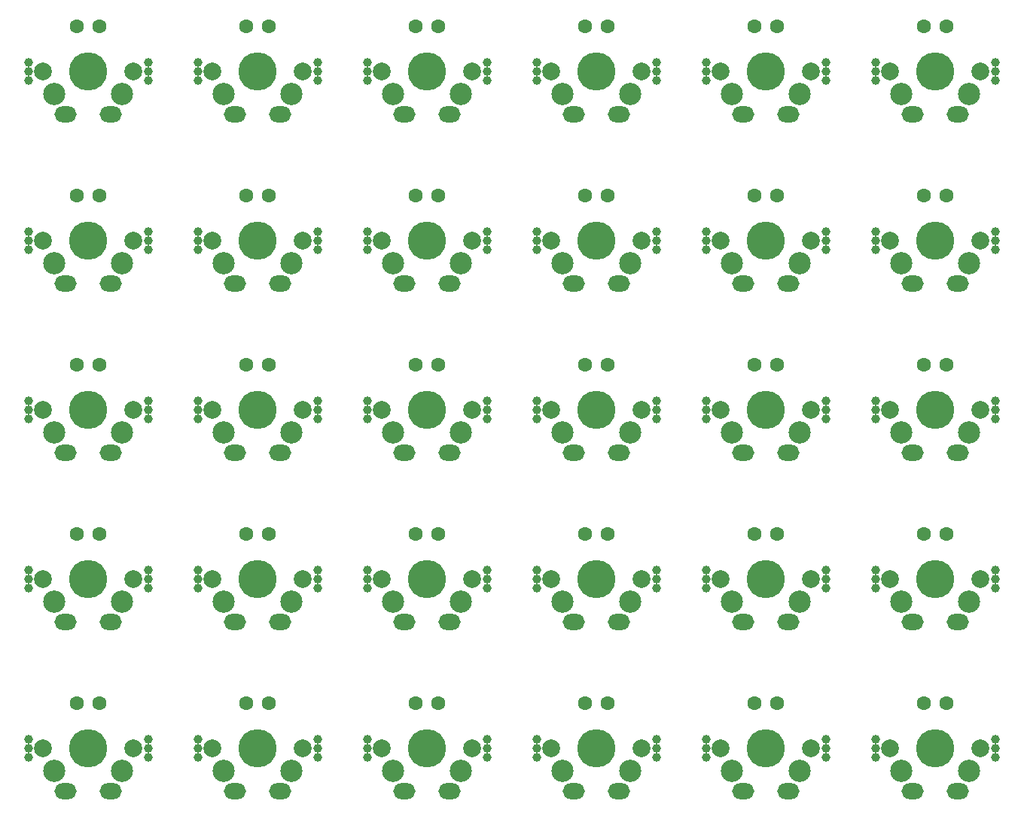
<source format=gbr>
%TF.GenerationSoftware,KiCad,Pcbnew,(5.1.9)-1*%
%TF.CreationDate,2021-03-27T16:35:30+07:00*%
%TF.ProjectId,LetsSplit256,4c657473-5370-46c6-9974-3235362e6b69,rev?*%
%TF.SameCoordinates,Original*%
%TF.FileFunction,Paste,Bot*%
%TF.FilePolarity,Positive*%
%FSLAX46Y46*%
G04 Gerber Fmt 4.6, Leading zero omitted, Abs format (unit mm)*
G04 Created by KiCad (PCBNEW (5.1.9)-1) date 2021-03-27 16:35:30*
%MOMM*%
%LPD*%
G01*
G04 APERTURE LIST*
%ADD10C,1.000000*%
%ADD11O,2.500000X1.800000*%
%ADD12C,2.500000*%
%ADD13C,2.000000*%
%ADD14C,4.300000*%
%ADD15C,1.600000*%
G04 APERTURE END LIST*
D10*
%TO.C,KLZ1*%
X47910000Y-101870000D03*
X47910000Y-103870000D03*
X47910000Y-102870000D03*
D11*
X57150000Y-107746800D03*
D12*
X50800000Y-105410000D03*
D11*
X52070000Y-107746800D03*
D12*
X58420000Y-105410000D03*
D13*
X49530000Y-102870000D03*
X59690000Y-102870000D03*
D14*
X54610000Y-102870000D03*
D10*
X61310000Y-102870000D03*
X61310000Y-101870000D03*
X61310000Y-103870000D03*
D15*
X55880000Y-97790000D03*
X53340000Y-97790000D03*
%TD*%
D10*
%TO.C,KLX1*%
X66960000Y-101870000D03*
X66960000Y-103870000D03*
X66960000Y-102870000D03*
D11*
X76200000Y-107746800D03*
D12*
X69850000Y-105410000D03*
D11*
X71120000Y-107746800D03*
D12*
X77470000Y-105410000D03*
D13*
X68580000Y-102870000D03*
X78740000Y-102870000D03*
D14*
X73660000Y-102870000D03*
D10*
X80360000Y-102870000D03*
X80360000Y-101870000D03*
X80360000Y-103870000D03*
D15*
X74930000Y-97790000D03*
X72390000Y-97790000D03*
%TD*%
D10*
%TO.C,KLW1*%
X66960000Y-63770000D03*
X66960000Y-65770000D03*
X66960000Y-64770000D03*
D11*
X76200000Y-69646800D03*
D12*
X69850000Y-67310000D03*
D11*
X71120000Y-69646800D03*
D12*
X77470000Y-67310000D03*
D13*
X68580000Y-64770000D03*
X78740000Y-64770000D03*
D14*
X73660000Y-64770000D03*
D10*
X80360000Y-64770000D03*
X80360000Y-63770000D03*
X80360000Y-65770000D03*
D15*
X74930000Y-59690000D03*
X72390000Y-59690000D03*
%TD*%
D10*
%TO.C,KLV1*%
X105060000Y-101870000D03*
X105060000Y-103870000D03*
X105060000Y-102870000D03*
D11*
X114300000Y-107746800D03*
D12*
X107950000Y-105410000D03*
D11*
X109220000Y-107746800D03*
D12*
X115570000Y-105410000D03*
D13*
X106680000Y-102870000D03*
X116840000Y-102870000D03*
D14*
X111760000Y-102870000D03*
D10*
X118460000Y-102870000D03*
X118460000Y-101870000D03*
X118460000Y-103870000D03*
D15*
X113030000Y-97790000D03*
X110490000Y-97790000D03*
%TD*%
D10*
%TO.C,KLR1*%
X105060000Y-63770000D03*
X105060000Y-65770000D03*
X105060000Y-64770000D03*
D11*
X114300000Y-69646800D03*
D12*
X107950000Y-67310000D03*
D11*
X109220000Y-69646800D03*
D12*
X115570000Y-67310000D03*
D13*
X106680000Y-64770000D03*
X116840000Y-64770000D03*
D14*
X111760000Y-64770000D03*
D10*
X118460000Y-64770000D03*
X118460000Y-63770000D03*
X118460000Y-65770000D03*
D15*
X113030000Y-59690000D03*
X110490000Y-59690000D03*
%TD*%
D10*
%TO.C,KLQ1*%
X47910000Y-63770000D03*
X47910000Y-65770000D03*
X47910000Y-64770000D03*
D11*
X57150000Y-69646800D03*
D12*
X50800000Y-67310000D03*
D11*
X52070000Y-69646800D03*
D12*
X58420000Y-67310000D03*
D13*
X49530000Y-64770000D03*
X59690000Y-64770000D03*
D14*
X54610000Y-64770000D03*
D10*
X61310000Y-64770000D03*
X61310000Y-63770000D03*
X61310000Y-65770000D03*
D15*
X55880000Y-59690000D03*
X53340000Y-59690000D03*
%TD*%
D10*
%TO.C,KLFunc65*%
X124110000Y-120920000D03*
X124110000Y-122920000D03*
X124110000Y-121920000D03*
D11*
X133350000Y-126796800D03*
D12*
X127000000Y-124460000D03*
D11*
X128270000Y-126796800D03*
D12*
X134620000Y-124460000D03*
D13*
X125730000Y-121920000D03*
X135890000Y-121920000D03*
D14*
X130810000Y-121920000D03*
D10*
X137510000Y-121920000D03*
X137510000Y-120920000D03*
X137510000Y-122920000D03*
D15*
X132080000Y-116840000D03*
X129540000Y-116840000D03*
%TD*%
D10*
%TO.C,KLFunc55*%
X105060000Y-120920000D03*
X105060000Y-122920000D03*
X105060000Y-121920000D03*
D11*
X114300000Y-126796800D03*
D12*
X107950000Y-124460000D03*
D11*
X109220000Y-126796800D03*
D12*
X115570000Y-124460000D03*
D13*
X106680000Y-121920000D03*
X116840000Y-121920000D03*
D14*
X111760000Y-121920000D03*
D10*
X118460000Y-121920000D03*
X118460000Y-120920000D03*
X118460000Y-122920000D03*
D15*
X113030000Y-116840000D03*
X110490000Y-116840000D03*
%TD*%
D10*
%TO.C,KLFunc35*%
X66960000Y-120920000D03*
X66960000Y-122920000D03*
X66960000Y-121920000D03*
D11*
X76200000Y-126796800D03*
D12*
X69850000Y-124460000D03*
D11*
X71120000Y-126796800D03*
D12*
X77470000Y-124460000D03*
D13*
X68580000Y-121920000D03*
X78740000Y-121920000D03*
D14*
X73660000Y-121920000D03*
D10*
X80360000Y-121920000D03*
X80360000Y-120920000D03*
X80360000Y-122920000D03*
D15*
X74930000Y-116840000D03*
X72390000Y-116840000D03*
%TD*%
D10*
%TO.C,KLFunc25*%
X47910000Y-120920000D03*
X47910000Y-122920000D03*
X47910000Y-121920000D03*
D11*
X57150000Y-126796800D03*
D12*
X50800000Y-124460000D03*
D11*
X52070000Y-126796800D03*
D12*
X58420000Y-124460000D03*
D13*
X49530000Y-121920000D03*
X59690000Y-121920000D03*
D14*
X54610000Y-121920000D03*
D10*
X61310000Y-121920000D03*
X61310000Y-120920000D03*
X61310000Y-122920000D03*
D15*
X55880000Y-116840000D03*
X53340000Y-116840000D03*
%TD*%
D10*
%TO.C,KLFunc15*%
X28860000Y-120920000D03*
X28860000Y-122920000D03*
X28860000Y-121920000D03*
D11*
X38100000Y-126796800D03*
D12*
X31750000Y-124460000D03*
D11*
X33020000Y-126796800D03*
D12*
X39370000Y-124460000D03*
D13*
X30480000Y-121920000D03*
X40640000Y-121920000D03*
D14*
X35560000Y-121920000D03*
D10*
X42260000Y-121920000D03*
X42260000Y-120920000D03*
X42260000Y-122920000D03*
D15*
X36830000Y-116840000D03*
X34290000Y-116840000D03*
%TD*%
D10*
%TO.C,KLFunc14*%
X28860000Y-101870000D03*
X28860000Y-103870000D03*
X28860000Y-102870000D03*
D11*
X38100000Y-107746800D03*
D12*
X31750000Y-105410000D03*
D11*
X33020000Y-107746800D03*
D12*
X39370000Y-105410000D03*
D13*
X30480000Y-102870000D03*
X40640000Y-102870000D03*
D14*
X35560000Y-102870000D03*
D10*
X42260000Y-102870000D03*
X42260000Y-101870000D03*
X42260000Y-103870000D03*
D15*
X36830000Y-97790000D03*
X34290000Y-97790000D03*
%TD*%
D10*
%TO.C,KLFunc13*%
X28860000Y-82820000D03*
X28860000Y-84820000D03*
X28860000Y-83820000D03*
D11*
X38100000Y-88696800D03*
D12*
X31750000Y-86360000D03*
D11*
X33020000Y-88696800D03*
D12*
X39370000Y-86360000D03*
D13*
X30480000Y-83820000D03*
X40640000Y-83820000D03*
D14*
X35560000Y-83820000D03*
D10*
X42260000Y-83820000D03*
X42260000Y-82820000D03*
X42260000Y-84820000D03*
D15*
X36830000Y-78740000D03*
X34290000Y-78740000D03*
%TD*%
D10*
%TO.C,KLFunc12*%
X28860000Y-63770000D03*
X28860000Y-65770000D03*
X28860000Y-64770000D03*
D11*
X38100000Y-69646800D03*
D12*
X31750000Y-67310000D03*
D11*
X33020000Y-69646800D03*
D12*
X39370000Y-67310000D03*
D13*
X30480000Y-64770000D03*
X40640000Y-64770000D03*
D14*
X35560000Y-64770000D03*
D10*
X42260000Y-64770000D03*
X42260000Y-63770000D03*
X42260000Y-65770000D03*
D15*
X36830000Y-59690000D03*
X34290000Y-59690000D03*
%TD*%
D10*
%TO.C,KLFunc11*%
X28860000Y-44720000D03*
X28860000Y-46720000D03*
X28860000Y-45720000D03*
D11*
X38100000Y-50596800D03*
D12*
X31750000Y-48260000D03*
D11*
X33020000Y-50596800D03*
D12*
X39370000Y-48260000D03*
D13*
X30480000Y-45720000D03*
X40640000Y-45720000D03*
D14*
X35560000Y-45720000D03*
D10*
X42260000Y-45720000D03*
X42260000Y-44720000D03*
X42260000Y-46720000D03*
D15*
X36830000Y-40640000D03*
X34290000Y-40640000D03*
%TD*%
D10*
%TO.C,KLF1*%
X105060000Y-82820000D03*
X105060000Y-84820000D03*
X105060000Y-83820000D03*
D11*
X114300000Y-88696800D03*
D12*
X107950000Y-86360000D03*
D11*
X109220000Y-88696800D03*
D12*
X115570000Y-86360000D03*
D13*
X106680000Y-83820000D03*
X116840000Y-83820000D03*
D14*
X111760000Y-83820000D03*
D10*
X118460000Y-83820000D03*
X118460000Y-82820000D03*
X118460000Y-84820000D03*
D15*
X113030000Y-78740000D03*
X110490000Y-78740000D03*
%TD*%
D10*
%TO.C,KLE1*%
X86010000Y-63770000D03*
X86010000Y-65770000D03*
X86010000Y-64770000D03*
D11*
X95250000Y-69646800D03*
D12*
X88900000Y-67310000D03*
D11*
X90170000Y-69646800D03*
D12*
X96520000Y-67310000D03*
D13*
X87630000Y-64770000D03*
X97790000Y-64770000D03*
D14*
X92710000Y-64770000D03*
D10*
X99410000Y-64770000D03*
X99410000Y-63770000D03*
X99410000Y-65770000D03*
D15*
X93980000Y-59690000D03*
X91440000Y-59690000D03*
%TD*%
D10*
%TO.C,KLD1*%
X86010000Y-82820000D03*
X86010000Y-84820000D03*
X86010000Y-83820000D03*
D11*
X95250000Y-88696800D03*
D12*
X88900000Y-86360000D03*
D11*
X90170000Y-88696800D03*
D12*
X96520000Y-86360000D03*
D13*
X87630000Y-83820000D03*
X97790000Y-83820000D03*
D14*
X92710000Y-83820000D03*
D10*
X99410000Y-83820000D03*
X99410000Y-82820000D03*
X99410000Y-84820000D03*
D15*
X93980000Y-78740000D03*
X91440000Y-78740000D03*
%TD*%
D10*
%TO.C,KLC1*%
X86010000Y-101870000D03*
X86010000Y-103870000D03*
X86010000Y-102870000D03*
D11*
X95250000Y-107746800D03*
D12*
X88900000Y-105410000D03*
D11*
X90170000Y-107746800D03*
D12*
X96520000Y-105410000D03*
D13*
X87630000Y-102870000D03*
X97790000Y-102870000D03*
D14*
X92710000Y-102870000D03*
D10*
X99410000Y-102870000D03*
X99410000Y-101870000D03*
X99410000Y-103870000D03*
D15*
X93980000Y-97790000D03*
X91440000Y-97790000D03*
%TD*%
D10*
%TO.C,KLB1*%
X124110000Y-101870000D03*
X124110000Y-103870000D03*
X124110000Y-102870000D03*
D11*
X133350000Y-107746800D03*
D12*
X127000000Y-105410000D03*
D11*
X128270000Y-107746800D03*
D12*
X134620000Y-105410000D03*
D13*
X125730000Y-102870000D03*
X135890000Y-102870000D03*
D14*
X130810000Y-102870000D03*
D10*
X137510000Y-102870000D03*
X137510000Y-101870000D03*
X137510000Y-103870000D03*
D15*
X132080000Y-97790000D03*
X129540000Y-97790000D03*
%TD*%
D10*
%TO.C,KLA1*%
X47910000Y-82820000D03*
X47910000Y-84820000D03*
X47910000Y-83820000D03*
D11*
X57150000Y-88696800D03*
D12*
X50800000Y-86360000D03*
D11*
X52070000Y-88696800D03*
D12*
X58420000Y-86360000D03*
D13*
X49530000Y-83820000D03*
X59690000Y-83820000D03*
D14*
X54610000Y-83820000D03*
D10*
X61310000Y-83820000D03*
X61310000Y-82820000D03*
X61310000Y-84820000D03*
D15*
X55880000Y-78740000D03*
X53340000Y-78740000D03*
%TD*%
D10*
%TO.C,KL4*%
X105060000Y-44720000D03*
X105060000Y-46720000D03*
X105060000Y-45720000D03*
D11*
X114300000Y-50596800D03*
D12*
X107950000Y-48260000D03*
D11*
X109220000Y-50596800D03*
D12*
X115570000Y-48260000D03*
D13*
X106680000Y-45720000D03*
X116840000Y-45720000D03*
D14*
X111760000Y-45720000D03*
D10*
X118460000Y-45720000D03*
X118460000Y-44720000D03*
X118460000Y-46720000D03*
D15*
X113030000Y-40640000D03*
X110490000Y-40640000D03*
%TD*%
D10*
%TO.C,KL3*%
X86010000Y-44720000D03*
X86010000Y-46720000D03*
X86010000Y-45720000D03*
D11*
X95250000Y-50596800D03*
D12*
X88900000Y-48260000D03*
D11*
X90170000Y-50596800D03*
D12*
X96520000Y-48260000D03*
D13*
X87630000Y-45720000D03*
X97790000Y-45720000D03*
D14*
X92710000Y-45720000D03*
D10*
X99410000Y-45720000D03*
X99410000Y-44720000D03*
X99410000Y-46720000D03*
D15*
X93980000Y-40640000D03*
X91440000Y-40640000D03*
%TD*%
D10*
%TO.C,KL2*%
X66960000Y-44720000D03*
X66960000Y-46720000D03*
X66960000Y-45720000D03*
D11*
X76200000Y-50596800D03*
D12*
X69850000Y-48260000D03*
D11*
X71120000Y-50596800D03*
D12*
X77470000Y-48260000D03*
D13*
X68580000Y-45720000D03*
X78740000Y-45720000D03*
D14*
X73660000Y-45720000D03*
D10*
X80360000Y-45720000D03*
X80360000Y-44720000D03*
X80360000Y-46720000D03*
D15*
X74930000Y-40640000D03*
X72390000Y-40640000D03*
%TD*%
D10*
%TO.C,KL1*%
X47910000Y-44720000D03*
X47910000Y-46720000D03*
X47910000Y-45720000D03*
D11*
X57150000Y-50596800D03*
D12*
X50800000Y-48260000D03*
D11*
X52070000Y-50596800D03*
D12*
X58420000Y-48260000D03*
D13*
X49530000Y-45720000D03*
X59690000Y-45720000D03*
D14*
X54610000Y-45720000D03*
D10*
X61310000Y-45720000D03*
X61310000Y-44720000D03*
X61310000Y-46720000D03*
D15*
X55880000Y-40640000D03*
X53340000Y-40640000D03*
%TD*%
D10*
%TO.C,KLS1*%
X66960000Y-82820000D03*
X66960000Y-84820000D03*
X66960000Y-83820000D03*
D11*
X76200000Y-88696800D03*
D12*
X69850000Y-86360000D03*
D11*
X71120000Y-88696800D03*
D12*
X77470000Y-86360000D03*
D13*
X68580000Y-83820000D03*
X78740000Y-83820000D03*
D14*
X73660000Y-83820000D03*
D10*
X80360000Y-83820000D03*
X80360000Y-82820000D03*
X80360000Y-84820000D03*
D15*
X74930000Y-78740000D03*
X72390000Y-78740000D03*
%TD*%
D10*
%TO.C,KLFunc45*%
X86010000Y-120920000D03*
X86010000Y-122920000D03*
X86010000Y-121920000D03*
D11*
X95250000Y-126796800D03*
D12*
X88900000Y-124460000D03*
D11*
X90170000Y-126796800D03*
D12*
X96520000Y-124460000D03*
D13*
X87630000Y-121920000D03*
X97790000Y-121920000D03*
D14*
X92710000Y-121920000D03*
D10*
X99410000Y-121920000D03*
X99410000Y-120920000D03*
X99410000Y-122920000D03*
D15*
X93980000Y-116840000D03*
X91440000Y-116840000D03*
%TD*%
D10*
%TO.C,KLT1*%
X124110000Y-63770000D03*
X124110000Y-65770000D03*
X124110000Y-64770000D03*
D11*
X133350000Y-69646800D03*
D12*
X127000000Y-67310000D03*
D11*
X128270000Y-69646800D03*
D12*
X134620000Y-67310000D03*
D13*
X125730000Y-64770000D03*
X135890000Y-64770000D03*
D14*
X130810000Y-64770000D03*
D10*
X137510000Y-64770000D03*
X137510000Y-63770000D03*
X137510000Y-65770000D03*
D15*
X132080000Y-59690000D03*
X129540000Y-59690000D03*
%TD*%
D10*
%TO.C,KL5*%
X124110000Y-44720000D03*
X124110000Y-46720000D03*
X124110000Y-45720000D03*
D11*
X133350000Y-50596800D03*
D12*
X127000000Y-48260000D03*
D11*
X128270000Y-50596800D03*
D12*
X134620000Y-48260000D03*
D13*
X125730000Y-45720000D03*
X135890000Y-45720000D03*
D14*
X130810000Y-45720000D03*
D10*
X137510000Y-45720000D03*
X137510000Y-44720000D03*
X137510000Y-46720000D03*
D15*
X132080000Y-40640000D03*
X129540000Y-40640000D03*
%TD*%
D10*
%TO.C,KLG1*%
X124110000Y-82820000D03*
X124110000Y-84820000D03*
X124110000Y-83820000D03*
D11*
X133350000Y-88696800D03*
D12*
X127000000Y-86360000D03*
D11*
X128270000Y-88696800D03*
D12*
X134620000Y-86360000D03*
D13*
X125730000Y-83820000D03*
X135890000Y-83820000D03*
D14*
X130810000Y-83820000D03*
D10*
X137510000Y-83820000D03*
X137510000Y-82820000D03*
X137510000Y-84820000D03*
D15*
X132080000Y-78740000D03*
X129540000Y-78740000D03*
%TD*%
M02*

</source>
